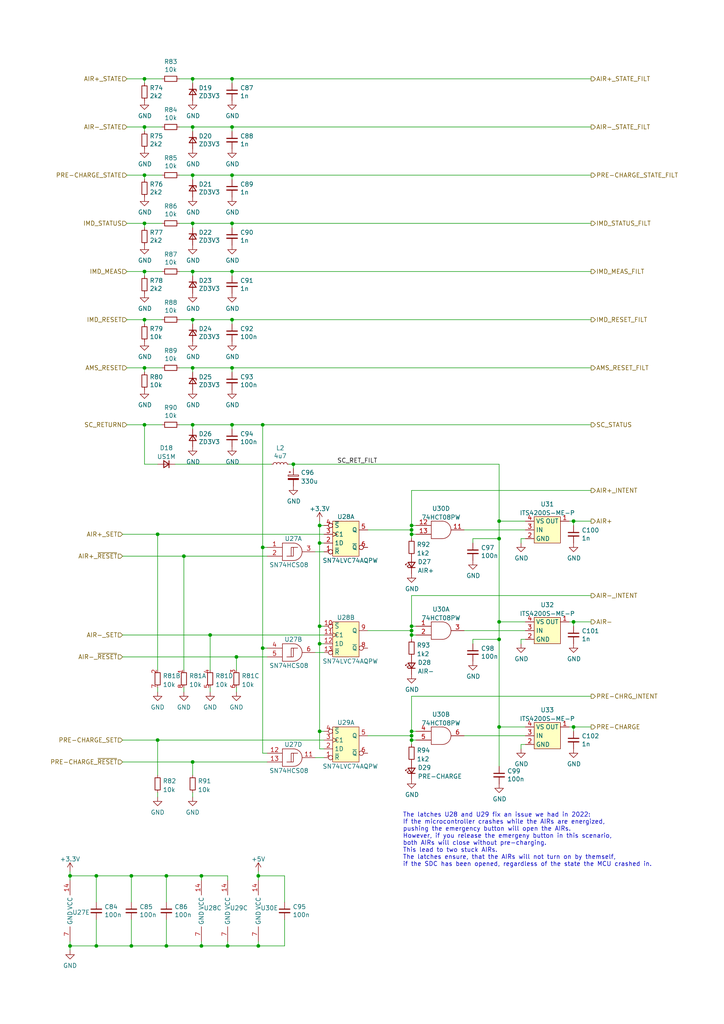
<source format=kicad_sch>
(kicad_sch (version 20230121) (generator eeschema)
  (paper "A4" portrait)
  (title_block (title "SPR23e Battery Management Unit (BMU)") (date "2023-03-25") (rev "B") (company "Scuderia Mensa HS RheinMain racing e.V.") (comment 1 "Author: Luca Engelmann") (comment 2 "Car number: 65"))
  (junction (at 55.88 36.83))
  (junction (at 67.31 64.77))
  (junction (at 66.04 274.32))
  (junction (at 144.78 185.42))
  (junction (at 58.42 274.32))
  (junction (at 92.71 157.48))
  (junction (at 74.93 274.32))
  (junction (at 55.88 106.68))
  (junction (at 92.71 186.69))
  (junction (at 20.32 274.32))
  (junction (at 55.88 22.86))
  (junction (at 45.72 214.63))
  (junction (at 55.88 220.98))
  (junction (at 119.38 154.94))
  (junction (at 67.31 36.83))
  (junction (at 119.38 153.67))
  (junction (at 41.91 92.71))
  (junction (at 41.91 123.19))
  (junction (at 85.09 134.62))
  (junction (at 119.38 181.61))
  (junction (at 41.91 106.68))
  (junction (at 60.96 184.15))
  (junction (at 55.88 64.77))
  (junction (at 67.31 78.74))
  (junction (at 166.37 180.34))
  (junction (at 67.31 92.71))
  (junction (at 55.88 50.8))
  (junction (at 119.38 214.63))
  (junction (at 119.38 182.88))
  (junction (at 166.37 210.82))
  (junction (at 41.91 36.83))
  (junction (at 144.78 151.13))
  (junction (at 144.78 156.21))
  (junction (at 92.71 152.4))
  (junction (at 20.32 254))
  (junction (at 68.58 190.5))
  (junction (at 119.38 152.4))
  (junction (at 92.71 181.61))
  (junction (at 74.93 254))
  (junction (at 41.91 78.74))
  (junction (at 41.91 22.86))
  (junction (at 48.26 254))
  (junction (at 41.91 64.77))
  (junction (at 38.1 254))
  (junction (at 67.31 22.86))
  (junction (at 58.42 254))
  (junction (at 144.78 210.82))
  (junction (at 41.91 50.8))
  (junction (at 53.34 161.29))
  (junction (at 119.38 212.09))
  (junction (at 27.94 254))
  (junction (at 76.2 123.19))
  (junction (at 67.31 123.19))
  (junction (at 67.31 50.8))
  (junction (at 55.88 92.71))
  (junction (at 76.2 187.96))
  (junction (at 144.78 180.34))
  (junction (at 92.71 212.09))
  (junction (at 119.38 213.36))
  (junction (at 76.2 158.75))
  (junction (at 166.37 151.13))
  (junction (at 48.26 274.32))
  (junction (at 119.38 184.15))
  (junction (at 27.94 274.32))
  (junction (at 67.31 106.68))
  (junction (at 55.88 123.19))
  (junction (at 38.1 274.32))
  (junction (at 55.88 78.74))
  (junction (at 45.72 154.94))
  (wire (pts (xy 68.58 199.39) (xy 68.58 200.66)))
  (wire (pts (xy 41.91 134.62) (xy 41.91 123.19)))
  (wire (pts (xy 55.88 36.83) (xy 67.31 36.83)))
  (wire (pts (xy 35.56 220.98) (xy 55.88 220.98)))
  (wire (pts (xy 20.32 274.32) (xy 27.94 274.32)))
  (wire (pts (xy 76.2 123.19) (xy 171.45 123.19)))
  (wire (pts (xy 53.34 161.29) (xy 53.34 194.31)))
  (wire (pts (xy 67.31 106.68) (xy 171.45 106.68)))
  (wire (pts (xy 137.16 156.21) (xy 137.16 157.48)))
  (wire (pts (xy 55.88 22.86) (xy 55.88 24.13)))
  (wire (pts (xy 52.07 92.71) (xy 55.88 92.71)))
  (wire (pts (xy 74.93 254) (xy 74.93 255.27)))
  (wire (pts (xy 119.38 181.61) (xy 120.65 181.61)))
  (wire (pts (xy 171.45 142.24) (xy 119.38 142.24)))
  (wire (pts (xy 20.32 274.32) (xy 20.32 275.59)))
  (wire (pts (xy 92.71 217.17) (xy 92.71 212.09)))
  (wire (pts (xy 92.71 181.61) (xy 92.71 157.48)))
  (wire (pts (xy 67.31 22.86) (xy 171.45 22.86)))
  (wire (pts (xy 68.58 190.5) (xy 68.58 194.31)))
  (wire (pts (xy 52.07 106.68) (xy 55.88 106.68)))
  (wire (pts (xy 152.4 180.34) (xy 144.78 180.34)))
  (wire (pts (xy 45.72 154.94) (xy 93.98 154.94)))
  (wire (pts (xy 165.1 151.13) (xy 166.37 151.13)))
  (wire (pts (xy 36.83 78.74) (xy 41.91 78.74)))
  (wire (pts (xy 55.88 50.8) (xy 55.88 52.07)))
  (wire (pts (xy 27.94 266.7) (xy 27.94 274.32)))
  (wire (pts (xy 55.88 64.77) (xy 67.31 64.77)))
  (wire (pts (xy 55.88 92.71) (xy 67.31 92.71)))
  (wire (pts (xy 41.91 24.13) (xy 41.91 22.86)))
  (wire (pts (xy 67.31 36.83) (xy 171.45 36.83)))
  (wire (pts (xy 76.2 123.19) (xy 76.2 158.75)))
  (wire (pts (xy 85.09 134.62) (xy 85.09 135.89)))
  (wire (pts (xy 52.07 50.8) (xy 55.88 50.8)))
  (wire (pts (xy 166.37 210.82) (xy 166.37 212.09)))
  (wire (pts (xy 66.04 273.05) (xy 66.04 274.32)))
  (wire (pts (xy 67.31 106.68) (xy 67.31 107.95)))
  (wire (pts (xy 48.26 274.32) (xy 58.42 274.32)))
  (wire (pts (xy 119.38 154.94) (xy 119.38 156.21)))
  (wire (pts (xy 74.93 274.32) (xy 82.55 274.32)))
  (wire (pts (xy 36.83 92.71) (xy 41.91 92.71)))
  (wire (pts (xy 45.72 214.63) (xy 45.72 224.79)))
  (wire (pts (xy 166.37 180.34) (xy 171.45 180.34)))
  (wire (pts (xy 38.1 254) (xy 38.1 261.62)))
  (wire (pts (xy 55.88 106.68) (xy 55.88 107.95)))
  (wire (pts (xy 67.31 36.83) (xy 67.31 38.1)))
  (wire (pts (xy 67.31 64.77) (xy 171.45 64.77)))
  (wire (pts (xy 93.98 152.4) (xy 92.71 152.4)))
  (wire (pts (xy 66.04 274.32) (xy 74.93 274.32)))
  (wire (pts (xy 36.83 50.8) (xy 41.91 50.8)))
  (wire (pts (xy 85.09 134.62) (xy 144.78 134.62)))
  (wire (pts (xy 20.32 254) (xy 27.94 254)))
  (wire (pts (xy 92.71 186.69) (xy 92.71 181.61)))
  (wire (pts (xy 82.55 274.32) (xy 82.55 266.7)))
  (wire (pts (xy 53.34 199.39) (xy 53.34 200.66)))
  (wire (pts (xy 35.56 184.15) (xy 60.96 184.15)))
  (wire (pts (xy 67.31 50.8) (xy 67.31 52.07)))
  (wire (pts (xy 92.71 151.13) (xy 92.71 152.4)))
  (wire (pts (xy 119.38 153.67) (xy 119.38 152.4)))
  (wire (pts (xy 91.44 219.71) (xy 93.98 219.71)))
  (wire (pts (xy 166.37 210.82) (xy 171.45 210.82)))
  (wire (pts (xy 152.4 215.9) (xy 151.13 215.9)))
  (wire (pts (xy 171.45 201.93) (xy 119.38 201.93)))
  (wire (pts (xy 93.98 157.48) (xy 92.71 157.48)))
  (wire (pts (xy 82.55 261.62) (xy 82.55 254)))
  (wire (pts (xy 38.1 274.32) (xy 48.26 274.32)))
  (wire (pts (xy 41.91 92.71) (xy 41.91 93.98)))
  (wire (pts (xy 36.83 123.19) (xy 41.91 123.19)))
  (wire (pts (xy 74.93 273.05) (xy 74.93 274.32)))
  (wire (pts (xy 144.78 210.82) (xy 144.78 222.25)))
  (wire (pts (xy 119.38 184.15) (xy 119.38 185.42)))
  (wire (pts (xy 67.31 50.8) (xy 171.45 50.8)))
  (wire (pts (xy 137.16 185.42) (xy 137.16 186.69)))
  (wire (pts (xy 106.68 182.88) (xy 119.38 182.88)))
  (wire (pts (xy 166.37 180.34) (xy 166.37 181.61)))
  (wire (pts (xy 58.42 273.05) (xy 58.42 274.32)))
  (wire (pts (xy 74.93 252.73) (xy 74.93 254)))
  (wire (pts (xy 151.13 215.9) (xy 151.13 217.17)))
  (wire (pts (xy 36.83 106.68) (xy 41.91 106.68)))
  (wire (pts (xy 55.88 229.87) (xy 55.88 231.14)))
  (wire (pts (xy 66.04 255.27) (xy 66.04 254)))
  (wire (pts (xy 38.1 254) (xy 48.26 254)))
  (wire (pts (xy 60.96 184.15) (xy 60.96 194.31)))
  (wire (pts (xy 144.78 151.13) (xy 152.4 151.13)))
  (wire (pts (xy 91.44 160.02) (xy 93.98 160.02)))
  (wire (pts (xy 52.07 64.77) (xy 55.88 64.77)))
  (wire (pts (xy 48.26 254) (xy 58.42 254)))
  (wire (pts (xy 119.38 182.88) (xy 119.38 181.61)))
  (wire (pts (xy 41.91 22.86) (xy 46.99 22.86)))
  (wire (pts (xy 76.2 158.75) (xy 76.2 187.96)))
  (wire (pts (xy 20.32 254) (xy 20.32 255.27)))
  (wire (pts (xy 120.65 184.15) (xy 119.38 184.15)))
  (wire (pts (xy 60.96 184.15) (xy 93.98 184.15)))
  (wire (pts (xy 55.88 78.74) (xy 67.31 78.74)))
  (wire (pts (xy 144.78 210.82) (xy 144.78 185.42)))
  (wire (pts (xy 35.56 190.5) (xy 68.58 190.5)))
  (wire (pts (xy 67.31 123.19) (xy 67.31 124.46)))
  (wire (pts (xy 52.07 36.83) (xy 55.88 36.83)))
  (wire (pts (xy 76.2 187.96) (xy 77.47 187.96)))
  (wire (pts (xy 165.1 180.34) (xy 166.37 180.34)))
  (wire (pts (xy 144.78 134.62) (xy 144.78 151.13)))
  (wire (pts (xy 67.31 64.77) (xy 67.31 66.04)))
  (wire (pts (xy 41.91 78.74) (xy 46.99 78.74)))
  (wire (pts (xy 152.4 185.42) (xy 151.13 185.42)))
  (wire (pts (xy 48.26 274.32) (xy 48.26 266.7)))
  (wire (pts (xy 55.88 22.86) (xy 67.31 22.86)))
  (wire (pts (xy 78.74 134.62) (xy 50.8 134.62)))
  (wire (pts (xy 27.94 254) (xy 27.94 261.62)))
  (wire (pts (xy 166.37 151.13) (xy 171.45 151.13)))
  (wire (pts (xy 144.78 156.21) (xy 144.78 180.34)))
  (wire (pts (xy 152.4 156.21) (xy 151.13 156.21)))
  (wire (pts (xy 45.72 199.39) (xy 45.72 200.66)))
  (wire (pts (xy 120.65 154.94) (xy 119.38 154.94)))
  (wire (pts (xy 144.78 156.21) (xy 144.78 151.13)))
  (wire (pts (xy 52.07 78.74) (xy 55.88 78.74)))
  (wire (pts (xy 76.2 218.44) (xy 76.2 187.96)))
  (wire (pts (xy 36.83 22.86) (xy 41.91 22.86)))
  (wire (pts (xy 45.72 134.62) (xy 41.91 134.62)))
  (wire (pts (xy 119.38 201.93) (xy 119.38 212.09)))
  (wire (pts (xy 45.72 214.63) (xy 93.98 214.63)))
  (wire (pts (xy 119.38 152.4) (xy 120.65 152.4)))
  (wire (pts (xy 52.07 22.86) (xy 55.88 22.86)))
  (wire (pts (xy 45.72 154.94) (xy 45.72 194.31)))
  (wire (pts (xy 55.88 36.83) (xy 55.88 38.1)))
  (wire (pts (xy 152.4 210.82) (xy 144.78 210.82)))
  (wire (pts (xy 106.68 213.36) (xy 119.38 213.36)))
  (wire (pts (xy 137.16 156.21) (xy 144.78 156.21)))
  (wire (pts (xy 91.44 189.23) (xy 93.98 189.23)))
  (wire (pts (xy 82.55 254) (xy 74.93 254)))
  (wire (pts (xy 93.98 181.61) (xy 92.71 181.61)))
  (wire (pts (xy 41.91 106.68) (xy 41.91 107.95)))
  (wire (pts (xy 134.62 213.36) (xy 152.4 213.36)))
  (wire (pts (xy 67.31 92.71) (xy 67.31 93.98)))
  (wire (pts (xy 76.2 158.75) (xy 77.47 158.75)))
  (wire (pts (xy 166.37 151.13) (xy 166.37 152.4)))
  (wire (pts (xy 35.56 161.29) (xy 53.34 161.29)))
  (wire (pts (xy 41.91 80.01) (xy 41.91 78.74)))
  (wire (pts (xy 92.71 157.48) (xy 92.71 152.4)))
  (wire (pts (xy 92.71 186.69) (xy 92.71 212.09)))
  (wire (pts (xy 35.56 214.63) (xy 45.72 214.63)))
  (wire (pts (xy 119.38 172.72) (xy 119.38 181.61)))
  (wire (pts (xy 41.91 38.1) (xy 41.91 36.83)))
  (wire (pts (xy 55.88 78.74) (xy 55.88 80.01)))
  (wire (pts (xy 134.62 153.67) (xy 152.4 153.67)))
  (wire (pts (xy 119.38 142.24) (xy 119.38 152.4)))
  (wire (pts (xy 66.04 254) (xy 58.42 254)))
  (wire (pts (xy 119.38 214.63) (xy 119.38 215.9)))
  (wire (pts (xy 52.07 123.19) (xy 55.88 123.19)))
  (wire (pts (xy 67.31 92.71) (xy 171.45 92.71)))
  (wire (pts (xy 77.47 218.44) (xy 76.2 218.44)))
  (wire (pts (xy 36.83 36.83) (xy 41.91 36.83)))
  (wire (pts (xy 67.31 78.74) (xy 67.31 80.01)))
  (wire (pts (xy 67.31 78.74) (xy 171.45 78.74)))
  (wire (pts (xy 119.38 214.63) (xy 119.38 213.36)))
  (wire (pts (xy 68.58 190.5) (xy 77.47 190.5)))
  (wire (pts (xy 53.34 161.29) (xy 77.47 161.29)))
  (wire (pts (xy 171.45 172.72) (xy 119.38 172.72)))
  (wire (pts (xy 151.13 185.42) (xy 151.13 186.69)))
  (wire (pts (xy 144.78 185.42) (xy 144.78 180.34)))
  (wire (pts (xy 58.42 255.27) (xy 58.42 254)))
  (wire (pts (xy 41.91 123.19) (xy 46.99 123.19)))
  (wire (pts (xy 93.98 217.17) (xy 92.71 217.17)))
  (wire (pts (xy 151.13 156.21) (xy 151.13 157.48)))
  (wire (pts (xy 27.94 254) (xy 38.1 254)))
  (wire (pts (xy 41.91 66.04) (xy 41.91 64.77)))
  (wire (pts (xy 45.72 229.87) (xy 45.72 231.14)))
  (wire (pts (xy 144.78 185.42) (xy 137.16 185.42)))
  (wire (pts (xy 55.88 220.98) (xy 55.88 224.79)))
  (wire (pts (xy 41.91 36.83) (xy 46.99 36.83)))
  (wire (pts (xy 55.88 220.98) (xy 77.47 220.98)))
  (wire (pts (xy 41.91 50.8) (xy 46.99 50.8)))
  (wire (pts (xy 60.96 199.39) (xy 60.96 200.66)))
  (wire (pts (xy 66.04 274.32) (xy 58.42 274.32)))
  (wire (pts (xy 41.91 52.07) (xy 41.91 50.8)))
  (wire (pts (xy 48.26 254) (xy 48.26 261.62)))
  (wire (pts (xy 55.88 92.71) (xy 55.88 93.98)))
  (wire (pts (xy 20.32 273.05) (xy 20.32 274.32)))
  (wire (pts (xy 67.31 22.86) (xy 67.31 24.13)))
  (wire (pts (xy 27.94 274.32) (xy 38.1 274.32)))
  (wire (pts (xy 55.88 106.68) (xy 67.31 106.68)))
  (wire (pts (xy 120.65 214.63) (xy 119.38 214.63)))
  (wire (pts (xy 41.91 106.68) (xy 46.99 106.68)))
  (wire (pts (xy 106.68 153.67) (xy 119.38 153.67)))
  (wire (pts (xy 67.31 123.19) (xy 76.2 123.19)))
  (wire (pts (xy 36.83 64.77) (xy 41.91 64.77)))
  (wire (pts (xy 83.82 134.62) (xy 85.09 134.62)))
  (wire (pts (xy 41.91 64.77) (xy 46.99 64.77)))
  (wire (pts (xy 93.98 212.09) (xy 92.71 212.09)))
  (wire (pts (xy 38.1 266.7) (xy 38.1 274.32)))
  (wire (pts (xy 119.38 212.09) (xy 120.65 212.09)))
  (wire (pts (xy 119.38 154.94) (xy 119.38 153.67)))
  (wire (pts (xy 55.88 50.8) (xy 67.31 50.8)))
  (wire (pts (xy 55.88 123.19) (xy 55.88 124.46)))
  (wire (pts (xy 41.91 92.71) (xy 46.99 92.71)))
  (wire (pts (xy 119.38 212.09) (xy 119.38 213.36)))
  (wire (pts (xy 93.98 186.69) (xy 92.71 186.69)))
  (wire (pts (xy 55.88 64.77) (xy 55.88 66.04)))
  (wire (pts (xy 134.62 182.88) (xy 152.4 182.88)))
  (wire (pts (xy 20.32 252.73) (xy 20.32 254)))
  (wire (pts (xy 35.56 154.94) (xy 45.72 154.94)))
  (wire (pts (xy 55.88 123.19) (xy 67.31 123.19)))
  (wire (pts (xy 165.1 210.82) (xy 166.37 210.82)))
  (wire (pts (xy 119.38 184.15) (xy 119.38 182.88)))
  (text "The latches U28 and U29 fix an issue we had in 2022:\nIf the microcontroller crashes while the AIRs are energized,\npushing the emergency button will open the AIRs.\nHowever, if you release the emergeny button in this scenario,\nboth AIRs will close without pre-charging.\nThis lead to two stuck AIRs.\nThe latches ensure, that the AIRs will not turn on by themself,\nif the SDC has been opened, regardless of the state the MCU crashed in." (at 116.84 251.46 0) (effects (font (size 1.27 1.27)) (justify left bottom)))
  (label "SC_RET_FILT" (at 97.79 134.62 0))
  (hierarchical_label "AIR-_STATE_FILT" (shape output) (at 171.45 36.83 0))
  (hierarchical_label "IMD_MEAS_FILT" (shape output) (at 171.45 78.74 0))
  (hierarchical_label "PRE-CHRG_INTENT" (shape output) (at 171.45 201.93 0))
  (hierarchical_label "AIR-_INTENT" (shape output) (at 171.45 172.72 0))
  (hierarchical_label "PRE-CHARGE_STATE_FILT" (shape output) (at 171.45 50.8 0))
  (hierarchical_label "SC_STATUS" (shape output) (at 171.45 123.19 0))
  (hierarchical_label "AIR-_STATE" (shape input) (at 36.83 36.83 180))
  (hierarchical_label "IMD_MEAS" (shape input) (at 36.83 78.74 180))
  (hierarchical_label "AMS_RESET" (shape input) (at 36.83 106.68 180))
  (hierarchical_label "SC_RETURN" (shape input) (at 36.83 123.19 180))
  (hierarchical_label "AIR+" (shape output) (at 171.45 151.13 0))
  (hierarchical_label "AIR-_~{RESET}" (shape input) (at 35.56 190.5 180))
  (hierarchical_label "PRE-CHARGE_STATE" (shape input) (at 36.83 50.8 180))
  (hierarchical_label "AIR-" (shape output) (at 171.45 180.34 0))
  (hierarchical_label "AIR+_SET" (shape input) (at 35.56 154.94 180))
  (hierarchical_label "AIR+_STATE_FILT" (shape output) (at 171.45 22.86 0))
  (hierarchical_label "PRE-CHARGE_~{RESET}" (shape input) (at 35.56 220.98 180))
  (hierarchical_label "AIR+_~{RESET}" (shape input) (at 35.56 161.29 180))
  (hierarchical_label "IMD_RESET" (shape input) (at 36.83 92.71 180))
  (hierarchical_label "AIR-_SET" (shape input) (at 35.56 184.15 180))
  (hierarchical_label "IMD_RESET_FILT" (shape output) (at 171.45 92.71 0))
  (hierarchical_label "PRE-CHARGE_SET" (shape input) (at 35.56 214.63 180))
  (hierarchical_label "AIR+_INTENT" (shape output) (at 171.45 142.24 0))
  (hierarchical_label "IMD_STATUS_FILT" (shape output) (at 171.45 64.77 0))
  (hierarchical_label "AIR+_STATE" (shape input) (at 36.83 22.86 180))
  (hierarchical_label "AMS_RESET_FILT" (shape output) (at 171.45 106.68 0))
  (hierarchical_label "PRE-CHARGE" (shape output) (at 171.45 210.82 0))
  (hierarchical_label "IMD_STATUS" (shape input) (at 36.83 64.77 180))
  (symbol (lib_name "GND_15") (lib_id "power:GND") (at 166.37 186.69 0) (unit 1)
    (property "Reference" "#PWR0215" (effects hide))
    (property "Value" "GND" (at 166.497 191.0842 0))
  )
  (symbol (lib_name "GND_21") (lib_id "power:GND") (at 67.31 99.06 0) (unit 1)
    (property "Reference" "#PWR0198" (effects hide))
    (property "Value" "GND" (at 67.437 103.4542 0))
  )
  (symbol (lib_id "Scuderia:74HCS08") (at 85.09 189.23 0) (unit 2)
    (property "Reference" "U27" (at 85.09 185.42 0))
    (property "Value" "SN74HCS08" (at 83.82 193.04 0))
    (property "Footprint" "Package_SO:TSSOP-14_4.4x5mm_P0.65mm" (effects hide))
  )
  (symbol (lib_id "Scuderia:R_Network_SMD") (at 60.96 196.85 0) (unit 4)
    (property "Reference" "R81" (at 62.4586 196.0153 0) (effects (justify left)))
    (property "Value" "10k" (at 62.4586 198.5522 0) (effects (justify left)))
    (property "Footprint" "Resistor_SMD:R_Array_Convex_4x0603" (effects hide))
  )
  (symbol (lib_id "Device:R_Small") (at 49.53 92.71 90) (unit 1)
    (property "Reference" "R88" (at 49.53 87.7316 90))
    (property "Value" "10k" (at 49.53 90.043 90))
    (property "Footprint" "Resistor_SMD:R_0603_1608Metric" (effects hide))
  )
  (symbol (lib_name "GND_43") (lib_id "power:GND") (at 41.91 99.06 0) (unit 1)
    (property "Reference" "#PWR0178" (effects hide))
    (property "Value" "GND" (at 42.037 103.4542 0))
  )
  (symbol (lib_id "Device:D_Zener_Small") (at 55.88 40.64 270) (unit 1)
    (property "Reference" "D20" (at 57.6072 39.4716 90) (effects (justify left)))
    (property "Value" "ZD3V3" (at 57.6072 41.783 90) (effects (justify left)))
    (property "Footprint" "Diode_SMD:D_SOD-123" (effects hide))
  )
  (symbol (lib_id "Scuderia:74xx08") (at 128.27 153.67 0) (unit 4)
    (property "Reference" "U30" (at 127.9271 147.481 0))
    (property "Value" "74HCT08PW" (at 127.9271 150.0179 0))
    (property "Footprint" "Package_SO:TSSOP-14_4.4x5mm_P0.65mm" (effects hide))
  )
  (symbol (lib_id "power:GND") (at 41.91 71.12 0) (unit 1)
    (property "Reference" "#PWR0176" (effects hide))
    (property "Value" "GND" (at 42.037 75.5142 0))
  )
  (symbol (lib_id "Device:R_Small") (at 49.53 50.8 90) (unit 1)
    (property "Reference" "R85" (at 49.53 45.8216 90))
    (property "Value" "10k" (at 49.53 48.133 90))
    (property "Footprint" "Resistor_SMD:R_0603_1608Metric" (effects hide))
  )
  (symbol (lib_id "Device:C_Small") (at 67.31 26.67 0) (unit 1)
    (property "Reference" "C87" (at 69.6468 25.5016 0) (effects (justify left)))
    (property "Value" "1n" (at 69.6468 27.813 0) (effects (justify left)))
    (property "Footprint" "Capacitor_SMD:C_0603_1608Metric" (effects hide))
  )
  (symbol (lib_name "GND_9") (lib_id "power:GND") (at 166.37 157.48 0) (unit 1)
    (property "Reference" "#PWR0214" (effects hide))
    (property "Value" "GND" (at 166.497 161.8742 0))
  )
  (symbol (lib_id "Scuderia:ITS4200S") (at 158.75 213.36 0) (unit 1)
    (property "Reference" "U33" (at 158.75 205.901 0))
    (property "Value" "ITS4200S-ME-P" (at 158.75 208.4379 0))
    (property "Footprint" "Package_TO_SOT_SMD:SOT-223" (effects hide))
  )
  (symbol (lib_name "GND_1") (lib_id "power:GND") (at 55.88 231.14 0) (unit 1)
    (property "Reference" "#PWR0191" (effects hide))
    (property "Value" "GND" (at 55.88 235.5834 0))
  )
  (symbol (lib_id "Device:LED_Small") (at 119.38 193.04 90) (unit 1)
    (property "Reference" "D28" (at 121.158 192.1418 90) (effects (justify right)))
    (property "Value" "AIR-" (at 121.158 194.6787 90) (effects (justify right)))
    (property "Footprint" "LED_SMD:LED_0603_1608Metric" (effects hide))
  )
  (symbol (lib_name "GND_12") (lib_id "power:GND") (at 151.13 186.69 0) (unit 1)
    (property "Reference" "#PWR0212" (effects hide))
    (property "Value" "GND" (at 151.257 191.0842 0))
  )
  (symbol (lib_id "Device:D_Zener_Small") (at 55.88 82.55 270) (unit 1)
    (property "Reference" "D23" (at 57.6072 81.3816 90) (effects (justify left)))
    (property "Value" "ZD3V3" (at 57.6072 83.693 90) (effects (justify left)))
    (property "Footprint" "Diode_SMD:D_SOD-123" (effects hide))
  )
  (symbol (lib_id "Device:C_Small") (at 82.55 264.16 0) (unit 1)
    (property "Reference" "C95" (at 84.8868 262.9916 0) (effects (justify left)))
    (property "Value" "100n" (at 84.8868 265.303 0) (effects (justify left)))
    (property "Footprint" "Capacitor_SMD:C_0603_1608Metric" (effects hide))
  )
  (symbol (lib_name "GND_33") (lib_id "power:GND") (at 67.31 43.18 0) (unit 1)
    (property "Reference" "#PWR0194" (effects hide))
    (property "Value" "GND" (at 67.437 47.5742 0))
  )
  (symbol (lib_id "Device:D_Zener_Small") (at 55.88 54.61 270) (unit 1)
    (property "Reference" "D21" (at 57.6072 53.4416 90) (effects (justify left)))
    (property "Value" "ZD3V3" (at 57.6072 55.753 90) (effects (justify left)))
    (property "Footprint" "Diode_SMD:D_SOD-123" (effects hide))
  )
  (symbol (lib_name "+3.3V_1") (lib_id "power:+3.3V") (at 20.32 252.73 0) (unit 1)
    (property "Reference" "#PWR0171" (effects hide))
    (property "Value" "+3.3V" (at 20.32 249.1542 0))
  )
  (symbol (lib_name "GND_32") (lib_id "power:GND") (at 67.31 57.15 0) (unit 1)
    (property "Reference" "#PWR0195" (effects hide))
    (property "Value" "GND" (at 67.437 61.5442 0))
  )
  (symbol (lib_name "GND_29") (lib_id "power:GND") (at 67.31 129.54 0) (unit 1)
    (property "Reference" "#PWR0200" (effects hide))
    (property "Value" "GND" (at 67.437 133.9342 0))
  )
  (symbol (lib_id "Device:R_Small") (at 119.38 187.96 0) (unit 1)
    (property "Reference" "R93" (at 120.8786 187.1253 0) (effects (justify left)))
    (property "Value" "1k2" (at 120.8786 189.6622 0) (effects (justify left)))
    (property "Footprint" "Resistor_SMD:R_0603_1608Metric" (effects hide))
  )
  (symbol (lib_name "GND_7") (lib_id "power:GND") (at 45.72 231.14 0) (unit 1)
    (property "Reference" "#PWR0181" (effects hide))
    (property "Value" "GND" (at 45.72 235.5834 0))
  )
  (symbol (lib_id "Scuderia:74xx74_SPLIT") (at 66.04 264.16 0) (unit 3)
    (property "Reference" "U29" (at 66.675 263.3253 0) (effects (justify left)))
    (property "Value" "SN74LVC74AQPW" (effects hide))
    (property "Footprint" "Package_SO:TSSOP-14_4.4x5mm_P0.65mm" (effects hide))
  )
  (symbol (lib_id "Device:C_Small") (at 67.31 82.55 0) (unit 1)
    (property "Reference" "C91" (at 69.6468 81.3816 0) (effects (justify left)))
    (property "Value" "1n" (at 69.6468 83.693 0) (effects (justify left)))
    (property "Footprint" "Capacitor_SMD:C_0603_1608Metric" (effects hide))
  )
  (symbol (lib_name "GND_25") (lib_id "power:GND") (at 55.88 99.06 0) (unit 1)
    (property "Reference" "#PWR0188" (effects hide))
    (property "Value" "GND" (at 56.007 103.4542 0))
  )
  (symbol (lib_id "Device:R_Small") (at 41.91 82.55 180) (unit 1)
    (property "Reference" "R78" (at 43.4086 81.3816 0) (effects (justify right)))
    (property "Value" "2k2" (at 43.4086 83.693 0) (effects (justify right)))
    (property "Footprint" "Resistor_SMD:R_1210_3225Metric" (effects hide))
  )
  (symbol (lib_id "Device:D_Zener_Small") (at 55.88 68.58 270) (unit 1)
    (property "Reference" "D22" (at 57.6072 67.4116 90) (effects (justify left)))
    (property "Value" "ZD3V3" (at 57.6072 69.723 90) (effects (justify left)))
    (property "Footprint" "Diode_SMD:D_SOD-123" (effects hide))
  )
  (symbol (lib_name "GND_14") (lib_id "power:GND") (at 119.38 195.58 0) (unit 1)
    (property "Reference" "#PWR0206" (effects hide))
    (property "Value" "GND" (at 119.507 199.9742 0))
  )
  (symbol (lib_name "GND_6") (lib_id "power:GND") (at 60.96 200.66 0) (unit 1)
    (property "Reference" "#PWR0192" (effects hide))
    (property "Value" "GND" (at 60.96 205.1034 0))
  )
  (symbol (lib_name "GND_20") (lib_id "power:GND") (at 20.32 275.59 0) (unit 1)
    (property "Reference" "#PWR0172" (effects hide))
    (property "Value" "GND" (at 20.32 280.0334 0))
  )
  (symbol (lib_id "Device:D_Zener_Small") (at 55.88 127 270) (unit 1)
    (property "Reference" "D26" (at 57.6072 125.8316 90) (effects (justify left)))
    (property "Value" "ZD3V3" (at 57.6072 128.143 90) (effects (justify left)))
    (property "Footprint" "Diode_SMD:D_SOD-123" (effects hide))
  )
  (symbol (lib_name "GND_37") (lib_id "power:GND") (at 67.31 29.21 0) (unit 1)
    (property "Reference" "#PWR0193" (effects hide))
    (property "Value" "GND" (at 67.437 33.6042 0))
  )
  (symbol (lib_name "GND_40") (lib_id "power:GND") (at 55.88 43.18 0) (unit 1)
    (property "Reference" "#PWR0184" (effects hide))
    (property "Value" "GND" (at 56.007 47.5742 0))
  )
  (symbol (lib_name "GND_18") (lib_id "power:GND") (at 151.13 217.17 0) (unit 1)
    (property "Reference" "#PWR0213" (effects hide))
    (property "Value" "GND" (at 151.257 221.5642 0))
  )
  (symbol (lib_id "Scuderia:74HCS08") (at 20.32 264.16 0) (unit 5)
    (property "Reference" "U27" (at 20.955 264.5938 0) (effects (justify left)))
    (property "Value" "SN74HCS08" (effects hide))
    (property "Footprint" "Package_SO:TSSOP-14_4.4x5mm_P0.65mm" (effects hide))
  )
  (symbol (lib_id "Scuderia:74HCS08") (at 85.09 160.02 0) (unit 1)
    (property "Reference" "U27" (at 85.09 156.21 0))
    (property "Value" "SN74HCS08" (at 83.82 163.83 0))
    (property "Footprint" "Package_SO:TSSOP-14_4.4x5mm_P0.65mm" (effects hide))
  )
  (symbol (lib_name "GND_24") (lib_id "power:GND") (at 67.31 85.09 0) (unit 1)
    (property "Reference" "#PWR0197" (effects hide))
    (property "Value" "GND" (at 67.437 89.4842 0))
  )
  (symbol (lib_id "Device:R_Small") (at 119.38 218.44 0) (unit 1)
    (property "Reference" "R94" (at 120.8786 217.6053 0) (effects (justify left)))
    (property "Value" "1k2" (at 120.8786 220.1422 0) (effects (justify left)))
    (property "Footprint" "Resistor_SMD:R_0603_1608Metric" (effects hide))
  )
  (symbol (lib_name "GND_27") (lib_id "power:GND") (at 67.31 113.03 0) (unit 1)
    (property "Reference" "#PWR0199" (effects hide))
    (property "Value" "GND" (at 67.437 117.4242 0))
  )
  (symbol (lib_name "GND_10") (lib_id "power:GND") (at 137.16 162.56 0) (unit 1)
    (property "Reference" "#PWR0208" (effects hide))
    (property "Value" "GND" (at 137.287 166.9542 0))
  )
  (symbol (lib_name "74xx08_4") (lib_id "Scuderia:74xx08") (at 128.27 213.36 0) (unit 2)
    (property "Reference" "U30" (at 127.9271 207.171 0))
    (property "Value" "74HCT08PW" (at 127.9271 209.7079 0))
    (property "Footprint" "Package_SO:TSSOP-14_4.4x5mm_P0.65mm" (effects hide))
  )
  (symbol (lib_id "Device:LED_Small") (at 119.38 163.83 90) (unit 1)
    (property "Reference" "D27" (at 121.158 162.9318 90) (effects (justify right)))
    (property "Value" "AIR+" (at 121.158 165.4687 90) (effects (justify right)))
    (property "Footprint" "LED_SMD:LED_0603_1608Metric" (effects hide))
  )
  (symbol (lib_id "Device:R_Small") (at 41.91 68.58 180) (unit 1)
    (property "Reference" "R77" (at 43.4086 67.4116 0) (effects (justify right)))
    (property "Value" "2k2" (at 43.4086 69.723 0) (effects (justify right)))
    (property "Footprint" "Resistor_SMD:R_1210_3225Metric" (effects hide))
  )
  (symbol (lib_name "GND_39") (lib_id "power:GND") (at 41.91 43.18 0) (unit 1)
    (property "Reference" "#PWR0174" (effects hide))
    (property "Value" "GND" (at 42.037 47.5742 0))
  )
  (symbol (lib_id "Device:C_Small") (at 48.26 264.16 0) (unit 1)
    (property "Reference" "C86" (at 50.5968 262.9916 0) (effects (justify left)))
    (property "Value" "100n" (at 50.5968 265.303 0) (effects (justify left)))
    (property "Footprint" "Capacitor_SMD:C_0603_1608Metric" (effects hide))
  )
  (symbol (lib_id "Device:C_Small") (at 67.31 127 0) (unit 1)
    (property "Reference" "C94" (at 69.6468 125.8316 0) (effects (justify left)))
    (property "Value" "100n" (at 69.6468 128.143 0) (effects (justify left)))
    (property "Footprint" "Capacitor_SMD:C_0603_1608Metric" (effects hide))
  )
  (symbol (lib_id "Device:R_Small") (at 41.91 110.49 180) (unit 1)
    (property "Reference" "R80" (at 43.4086 109.3216 0) (effects (justify right)))
    (property "Value" "10k" (at 43.4086 111.633 0) (effects (justify right)))
    (property "Footprint" "Resistor_SMD:R_0603_1608Metric" (effects hide))
  )
  (symbol (lib_id "Device:C_Small") (at 67.31 96.52 0) (unit 1)
    (property "Reference" "C92" (at 69.6468 95.3516 0) (effects (justify left)))
    (property "Value" "100n" (at 69.6468 97.663 0) (effects (justify left)))
    (property "Footprint" "Capacitor_SMD:C_0603_1608Metric" (effects hide))
  )
  (symbol (lib_name "GND_41") (lib_id "power:GND") (at 85.09 140.97 0) (unit 1)
    (property "Reference" "#PWR0203" (effects hide))
    (property "Value" "GND" (at 85.217 145.3642 0))
  )
  (symbol (lib_id "Device:R_Small") (at 119.38 158.75 0) (unit 1)
    (property "Reference" "R92" (at 120.8786 157.9153 0) (effects (justify left)))
    (property "Value" "1k2" (at 120.8786 160.4522 0) (effects (justify left)))
    (property "Footprint" "Resistor_SMD:R_0603_1608Metric" (effects hide))
  )
  (symbol (lib_id "Device:R_Small") (at 41.91 96.52 180) (unit 1)
    (property "Reference" "R79" (at 43.4086 95.3516 0) (effects (justify right)))
    (property "Value" "10k" (at 43.4086 97.663 0) (effects (justify right)))
    (property "Footprint" "Resistor_SMD:R_0603_1608Metric" (effects hide))
  )
  (symbol (lib_id "Device:C_Small") (at 38.1 264.16 0) (unit 1)
    (property "Reference" "C85" (at 40.4368 262.9916 0) (effects (justify left)))
    (property "Value" "100n" (at 40.4368 265.303 0) (effects (justify left)))
    (property "Footprint" "Capacitor_SMD:C_0603_1608Metric" (effects hide))
  )
  (symbol (lib_id "Device:LED_Small") (at 119.38 223.52 90) (unit 1)
    (property "Reference" "D29" (at 121.158 222.6218 90) (effects (justify right)))
    (property "Value" "PRE-CHARGE" (at 121.158 225.1587 90) (effects (justify right)))
    (property "Footprint" "LED_SMD:LED_0603_1608Metric" (effects hide))
  )
  (symbol (lib_name "GND_8") (lib_id "power:GND") (at 151.13 157.48 0) (unit 1)
    (property "Reference" "#PWR0211" (effects hide))
    (property "Value" "GND" (at 151.257 161.8742 0))
  )
  (symbol (lib_name "74xx08_3") (lib_id "Scuderia:74xx08") (at 128.27 182.88 0) (unit 1)
    (property "Reference" "U30" (at 127.9271 176.691 0))
    (property "Value" "74HCT08PW" (at 127.9271 179.2279 0))
    (property "Footprint" "Package_SO:TSSOP-14_4.4x5mm_P0.65mm" (effects hide))
  )
  (symbol (lib_id "Device:R_Small") (at 49.53 36.83 90) (unit 1)
    (property "Reference" "R84" (at 49.53 31.8516 90))
    (property "Value" "10k" (at 49.53 34.163 90))
    (property "Footprint" "Resistor_SMD:R_0603_1608Metric" (effects hide))
  )
  (symbol (lib_id "Device:C_Small") (at 137.16 189.23 0) (unit 1)
    (property "Reference" "C98" (at 139.4968 188.0616 0) (effects (justify left)))
    (property "Value" "100n" (at 139.4968 190.373 0) (effects (justify left)))
    (property "Footprint" "Capacitor_SMD:C_0603_1608Metric" (effects hide))
  )
  (symbol (lib_id "Device:R_Small") (at 41.91 54.61 180) (unit 1)
    (property "Reference" "R76" (at 43.4086 53.4416 0) (effects (justify right)))
    (property "Value" "2k2" (at 43.4086 55.753 0) (effects (justify right)))
    (property "Footprint" "Resistor_SMD:R_1210_3225Metric" (effects hide))
  )
  (symbol (lib_id "Scuderia:74HCS08") (at 85.09 219.71 0) (unit 4)
    (property "Reference" "U27" (at 85.09 215.9 0))
    (property "Value" "SN74HCS08" (at 83.82 223.52 0))
    (property "Footprint" "Package_SO:TSSOP-14_4.4x5mm_P0.65mm" (effects hide))
  )
  (symbol (lib_id "Device:R_Small") (at 49.53 78.74 90) (unit 1)
    (property "Reference" "R87" (at 49.53 73.7616 90))
    (property "Value" "10k" (at 49.53 76.073 90))
    (property "Footprint" "Resistor_SMD:R_0603_1608Metric" (effects hide))
  )
  (symbol (lib_name "GND_13") (lib_id "power:GND") (at 137.16 191.77 0) (unit 1)
    (property "Reference" "#PWR0209" (effects hide))
    (property "Value" "GND" (at 137.287 196.1642 0))
  )
  (symbol (lib_id "Device:C_Small") (at 67.31 68.58 0) (unit 1)
    (property "Reference" "C90" (at 69.6468 67.4116 0) (effects (justify left)))
    (property "Value" "1n" (at 69.6468 69.723 0) (effects (justify left)))
    (property "Footprint" "Capacitor_SMD:C_0603_1608Metric" (effects hide))
  )
  (symbol (lib_id "Device:R_Small") (at 45.72 227.33 180) (unit 1)
    (property "Reference" "R82" (at 47.2186 226.4953 0) (effects (justify right)))
    (property "Value" "10k" (at 47.2186 229.0322 0) (effects (justify right)))
    (property "Footprint" "Resistor_SMD:R_0603_1608Metric" (effects hide))
  )
  (symbol (lib_name "GND_3") (lib_id "power:GND") (at 45.72 200.66 0) (unit 1)
    (property "Reference" "#PWR0180" (effects hide))
    (property "Value" "GND" (at 45.72 205.1034 0))
  )
  (symbol (lib_id "Device:R_Small") (at 49.53 64.77 90) (unit 1)
    (property "Reference" "R86" (at 49.53 59.7916 90))
    (property "Value" "10k" (at 49.53 62.103 90))
    (property "Footprint" "Resistor_SMD:R_0603_1608Metric" (effects hide))
  )
  (symbol (lib_id "Device:C_Small") (at 27.94 264.16 0) (unit 1)
    (property "Reference" "C84" (at 30.2768 262.9916 0) (effects (justify left)))
    (property "Value" "100n" (at 30.2768 265.303 0) (effects (justify left)))
    (property "Footprint" "Capacitor_SMD:C_0603_1608Metric" (effects hide))
  )
  (symbol (lib_name "GND_11") (lib_id "power:GND") (at 119.38 166.37 0) (unit 1)
    (property "Reference" "#PWR0205" (effects hide))
    (property "Value" "GND" (at 119.507 170.7642 0))
  )
  (symbol (lib_id "Device:L_Small") (at 81.28 134.62 90) (unit 1)
    (property "Reference" "L2" (at 81.28 129.921 90))
    (property "Value" "4u7" (at 81.28 132.2324 90))
    (property "Footprint" "Inductor_SMD:L_1206_3216Metric" (effects hide))
  )
  (symbol (lib_id "Device:C_Small") (at 137.16 160.02 0) (unit 1)
    (property "Reference" "C97" (at 139.4968 158.8516 0) (effects (justify left)))
    (property "Value" "100n" (at 139.4968 161.163 0) (effects (justify left)))
    (property "Footprint" "Capacitor_SMD:C_0603_1608Metric" (effects hide))
  )
  (symbol (lib_id "Scuderia:ITS4200S") (at 158.75 182.88 0) (unit 1)
    (property "Reference" "U32" (at 158.75 175.421 0))
    (property "Value" "ITS4200S-ME-P" (at 158.75 177.9579 0))
    (property "Footprint" "Package_TO_SOT_SMD:SOT-223" (effects hide))
  )
  (symbol (lib_name "GND_18") (lib_id "power:GND") (at 144.78 227.33 0) (unit 1)
    (property "Reference" "#PWR0210" (effects hide))
    (property "Value" "GND" (at 144.907 231.7242 0))
  )
  (symbol (lib_name "GND_36") (lib_id "power:GND") (at 55.88 29.21 0) (unit 1)
    (property "Reference" "#PWR0183" (effects hide))
    (property "Value" "GND" (at 56.007 33.6042 0))
  )
  (symbol (lib_name "GND_35") (lib_id "power:GND") (at 41.91 57.15 0) (unit 1)
    (property "Reference" "#PWR0175" (effects hide))
    (property "Value" "GND" (at 42.037 61.5442 0))
  )
  (symbol (lib_name "GND_19") (lib_id "power:GND") (at 166.37 217.17 0) (unit 1)
    (property "Reference" "#PWR0216" (effects hide))
    (property "Value" "GND" (at 166.497 221.5642 0))
  )
  (symbol (lib_id "Device:C_Polarized_Small") (at 85.09 138.43 0) (unit 1)
    (property "Reference" "C96" (at 87.249 137.0492 0) (effects (justify left)))
    (property "Value" "330u" (at 87.249 139.5861 0) (effects (justify left)))
    (property "Footprint" "Capacitor_THT:CP_Radial_D10.0mm_P5.00mm" (effects hide))
  )
  (symbol (lib_name "GND_31") (lib_id "power:GND") (at 41.91 113.03 0) (unit 1)
    (property "Reference" "#PWR0179" (effects hide))
    (property "Value" "GND" (at 42.037 117.4242 0))
  )
  (symbol (lib_id "Device:C_Small") (at 67.31 40.64 0) (unit 1)
    (property "Reference" "C88" (at 69.6468 39.4716 0) (effects (justify left)))
    (property "Value" "1n" (at 69.6468 41.783 0) (effects (justify left)))
    (property "Footprint" "Capacitor_SMD:C_0603_1608Metric" (effects hide))
  )
  (symbol (lib_name "GND_26") (lib_id "power:GND") (at 55.88 85.09 0) (unit 1)
    (property "Reference" "#PWR0187" (effects hide))
    (property "Value" "GND" (at 56.007 89.4842 0))
  )
  (symbol (lib_name "GND_28") (lib_id "power:GND") (at 55.88 129.54 0) (unit 1)
    (property "Reference" "#PWR0190" (effects hide))
    (property "Value" "GND" (at 56.007 133.9342 0))
  )
  (symbol (lib_id "Device:C_Small") (at 166.37 184.15 0) (unit 1)
    (property "Reference" "C101" (at 168.7068 182.9816 0) (effects (justify left)))
    (property "Value" "1n" (at 168.7068 185.293 0) (effects (justify left)))
    (property "Footprint" "Capacitor_SMD:C_0603_1608Metric" (effects hide))
  )
  (symbol (lib_id "Device:C_Small") (at 166.37 154.94 0) (unit 1)
    (property "Reference" "C100" (at 168.7068 153.7716 0) (effects (justify left)))
    (property "Value" "1n" (at 168.7068 156.083 0) (effects (justify left)))
    (property "Footprint" "Capacitor_SMD:C_0603_1608Metric" (effects hide))
  )
  (symbol (lib_name "74xx08_2") (lib_id "Scuderia:74xx08") (at 74.93 264.16 0) (unit 5)
    (property "Reference" "U30" (at 75.565 263.3253 0) (effects (justify left)))
    (property "Value" "74HCT08PW" (effects hide))
    (property "Footprint" "Package_SO:TSSOP-14_4.4x5mm_P0.65mm" (effects hide))
  )
  (symbol (lib_id "Device:C_Small") (at 67.31 54.61 0) (unit 1)
    (property "Reference" "C89" (at 69.6468 53.4416 0) (effects (justify left)))
    (property "Value" "1n" (at 69.6468 55.753 0) (effects (justify left)))
    (property "Footprint" "Capacitor_SMD:C_0603_1608Metric" (effects hide))
  )
  (symbol (lib_name "GND_5") (lib_id "power:GND") (at 68.58 200.66 0) (unit 1)
    (property "Reference" "#PWR0201" (effects hide))
    (property "Value" "GND" (at 68.58 205.1034 0))
  )
  (symbol (lib_name "GND_34") (lib_id "power:GND") (at 55.88 57.15 0) (unit 1)
    (property "Reference" "#PWR0185" (effects hide))
    (property "Value" "GND" (at 56.007 61.5442 0))
  )
  (symbol (lib_name "GND_38") (lib_id "power:GND") (at 41.91 29.21 0) (unit 1)
    (property "Reference" "#PWR0173" (effects hide))
    (property "Value" "GND" (at 42.037 33.6042 0))
  )
  (symbol (lib_id "Device:C_Small") (at 67.31 110.49 0) (unit 1)
    (property "Reference" "C93" (at 69.6468 109.3216 0) (effects (justify left)))
    (property "Value" "100n" (at 69.6468 111.633 0) (effects (justify left)))
    (property "Footprint" "Capacitor_SMD:C_0603_1608Metric" (effects hide))
  )
  (symbol (lib_id "power:+3.3V") (at 92.71 151.13 0) (unit 1)
    (property "Reference" "#PWR0204" (effects hide))
    (property "Value" "+3.3V" (at 92.71 147.5542 0))
  )
  (symbol (lib_name "GND_22") (lib_id "power:GND") (at 55.88 71.12 0) (unit 1)
    (property "Reference" "#PWR0186" (effects hide))
    (property "Value" "GND" (at 56.007 75.5142 0))
  )
  (symbol (lib_id "Device:R_Small") (at 41.91 26.67 180) (unit 1)
    (property "Reference" "R74" (at 43.4086 25.5016 0) (effects (justify right)))
    (property "Value" "2k2" (at 43.4086 27.813 0) (effects (justify right)))
    (property "Footprint" "Resistor_SMD:R_1210_3225Metric" (effects hide))
  )
  (symbol (lib_id "Scuderia:74xx74_SPLIT") (at 58.42 264.16 0) (unit 3)
    (property "Reference" "U28" (at 59.055 263.3253 0) (effects (justify left)))
    (property "Value" "SN74LVC74AQPW" (effects hide))
    (property "Footprint" "Package_SO:TSSOP-14_4.4x5mm_P0.65mm" (effects hide))
  )
  (symbol (lib_name "GND_23") (lib_id "power:GND") (at 67.31 71.12 0) (unit 1)
    (property "Reference" "#PWR0196" (effects hide))
    (property "Value" "GND" (at 67.437 75.5142 0))
  )
  (symbol (lib_name "GND_30") (lib_id "power:GND") (at 55.88 113.03 0) (unit 1)
    (property "Reference" "#PWR0189" (effects hide))
    (property "Value" "GND" (at 56.007 117.4242 0))
  )
  (symbol (lib_id "Scuderia:74xx74_SPLIT") (at 100.33 185.42 0) (unit 2)
    (property "Reference" "U28" (at 100.33 179.07 0))
    (property "Value" "SN74LVC74AQPW" (at 101.6 191.77 0))
    (property "Footprint" "Package_SO:TSSOP-14_4.4x5mm_P0.65mm" (effects hide))
  )
  (symbol (lib_id "Device:D_Zener_Small") (at 55.88 110.49 270) (unit 1)
    (property "Reference" "D25" (at 57.6072 109.3216 90) (effects (justify left)))
    (property "Value" "ZD3V3" (at 57.6072 111.633 90) (effects (justify left)))
    (property "Footprint" "Diode_SMD:D_SOD-123" (effects hide))
  )
  (symbol (lib_id "Scuderia:ITS4200S") (at 158.75 153.67 0) (unit 1)
    (property "Reference" "U31" (at 158.75 146.211 0))
    (property "Value" "ITS4200S-ME-P" (at 158.75 148.7479 0))
    (property "Footprint" "Package_TO_SOT_SMD:SOT-223" (effects hide))
  )
  (symbol (lib_id "Device:C_Small") (at 144.78 224.79 0) (unit 1)
    (property "Reference" "C99" (at 147.1168 223.6216 0) (effects (justify left)))
    (property "Value" "100n" (at 147.1168 225.933 0) (effects (justify left)))
    (property "Footprint" "Capacitor_SMD:C_0603_1608Metric" (effects hide))
  )
  (symbol (lib_id "Scuderia:74xx74_SPLIT") (at 100.33 215.9 0) (unit 1)
    (property "Reference" "U29" (at 100.33 209.55 0))
    (property "Value" "SN74LVC74AQPW" (at 101.6 222.25 0))
    (property "Footprint" "Package_SO:TSSOP-14_4.4x5mm_P0.65mm" (effects hide))
  )
  (symbol (lib_id "Device:D_Zener_Small") (at 55.88 26.67 270) (unit 1)
    (property "Reference" "D19" (at 57.6072 25.5016 90) (effects (justify left)))
    (property "Value" "ZD3V3" (at 57.6072 27.813 90) (effects (justify left)))
    (property "Footprint" "Diode_SMD:D_SOD-123" (effects hide))
  )
  (symbol (lib_id "Device:R_Small") (at 55.88 227.33 180) (unit 1)
    (property "Reference" "R91" (at 57.3786 226.4953 0) (effects (justify right)))
    (property "Value" "10k" (at 57.3786 229.0322 0) (effects (justify right)))
    (property "Footprint" "Resistor_SMD:R_0603_1608Metric" (effects hide))
  )
  (symbol (lib_id "Scuderia:R_Network_SMD") (at 53.34 196.85 0) (unit 1)
    (property "Reference" "R81" (at 54.8386 196.0153 0) (effects (justify left)))
    (property "Value" "10k" (at 54.8386 198.5522 0) (effects (justify left)))
    (property "Footprint" "Resistor_SMD:R_Array_Convex_4x0603" (effects hide))
  )
  (symbol (lib_id "Device:C_Small") (at 166.37 214.63 0) (unit 1)
    (property "Reference" "C102" (at 168.7068 213.4616 0) (effects (justify left)))
    (property "Value" "1n" (at 168.7068 215.773 0) (effects (justify left)))
    (property "Footprint" "Capacitor_SMD:C_0603_1608Metric" (effects hide))
  )
  (symbol (lib_id "Device:D_Small") (at 48.26 134.62 180) (unit 1)
    (property "Reference" "D18" (at 48.26 129.9042 0))
    (property "Value" "US1M" (at 48.26 132.4411 0))
    (property "Footprint" "Diode_SMD:D_SMA" (effects hide))
  )
  (symbol (lib_id "Scuderia:74xx74_SPLIT") (at 100.33 156.21 0) (unit 1)
    (property "Reference" "U28" (at 100.33 149.86 0))
    (property "Value" "SN74LVC74AQPW" (at 101.6 162.56 0))
    (property "Footprint" "Package_SO:TSSOP-14_4.4x5mm_P0.65mm" (effects hide))
  )
  (symbol (lib_name "GND_17") (lib_id "power:GND") (at 119.38 226.06 0) (unit 1)
    (property "Reference" "#PWR0207" (effects hide))
    (property "Value" "GND" (at 119.507 230.4542 0))
  )
  (symbol (lib_name "GND_44") (lib_id "power:GND") (at 41.91 85.09 0) (unit 1)
    (property "Reference" "#PWR0177" (effects hide))
    (property "Value" "GND" (at 42.037 89.4842 0))
  )
  (symbol (lib_id "Device:R_Small") (at 49.53 106.68 90) (unit 1)
    (property "Reference" "R89" (at 49.53 101.7016 90))
    (property "Value" "10k" (at 49.53 104.013 90))
    (property "Footprint" "Resistor_SMD:R_0603_1608Metric" (effects hide))
  )
  (symbol (lib_id "Scuderia:R_Network_SMD") (at 45.72 196.85 0) (unit 2)
    (property "Reference" "R81" (at 47.2186 196.0153 0) (effects (justify left)))
    (property "Value" "10k" (at 47.2186 198.5522 0) (effects (justify left)))
    (property "Footprint" "Resistor_SMD:R_Array_Convex_4x0603" (effects hide))
  )
  (symbol (lib_id "Device:R_Small") (at 49.53 22.86 90) (unit 1)
    (property "Reference" "R83" (at 49.53 17.8816 90))
    (property "Value" "10k" (at 49.53 20.193 90))
    (property "Footprint" "Resistor_SMD:R_0603_1608Metric" (effects hide))
  )
  (symbol (lib_id "Device:D_Zener_Small") (at 55.88 96.52 270) (unit 1)
    (property "Reference" "D24" (at 57.6072 95.3516 90) (effects (justify left)))
    (property "Value" "ZD3V3" (at 57.6072 97.663 90) (effects (justify left)))
    (property "Footprint" "Diode_SMD:D_SOD-123" (effects hide))
  )
  (symbol (lib_id "Device:R_Small") (at 49.53 123.19 90) (unit 1)
    (property "Reference" "R90" (at 49.53 118.2116 90))
    (property "Value" "10k" (at 49.53 120.523 90))
    (property "Footprint" "Resistor_SMD:R_0603_1608Metric" (effects hide))
  )
  (symbol (lib_id "Scuderia:R_Network_SMD") (at 68.58 196.85 0) (unit 3)
    (property "Reference" "R81" (at 70.0786 196.0153 0) (effects (justify left)))
    (property "Value" "10k" (at 70.0786 198.5522 0) (effects (justify left)))
    (property "Footprint" "Resistor_SMD:R_Array_Convex_4x0603" (effects hide))
  )
  (symbol (lib_name "GND_4") (lib_id "power:GND") (at 53.34 200.66 0) (unit 1)
    (property "Reference" "#PWR0182" (effects hide))
    (property "Value" "GND" (at 53.34 205.1034 0))
  )
  (symbol (lib_id "Device:R_Small") (at 41.91 40.64 180) (unit 1)
    (property "Reference" "R75" (at 43.4086 39.4716 0) (effects (justify right)))
    (property "Value" "2k2" (at 43.4086 41.783 0) (effects (justify right)))
    (property "Footprint" "Resistor_SMD:R_1210_3225Metric" (effects hide))
  )
  (symbol (lib_id "power:+5V") (at 74.93 252.73 0) (unit 1)
    (property "Reference" "#PWR0202" (effects hide))
    (property "Value" "+5V" (at 74.93 249.1542 0))
  )
)
</source>
